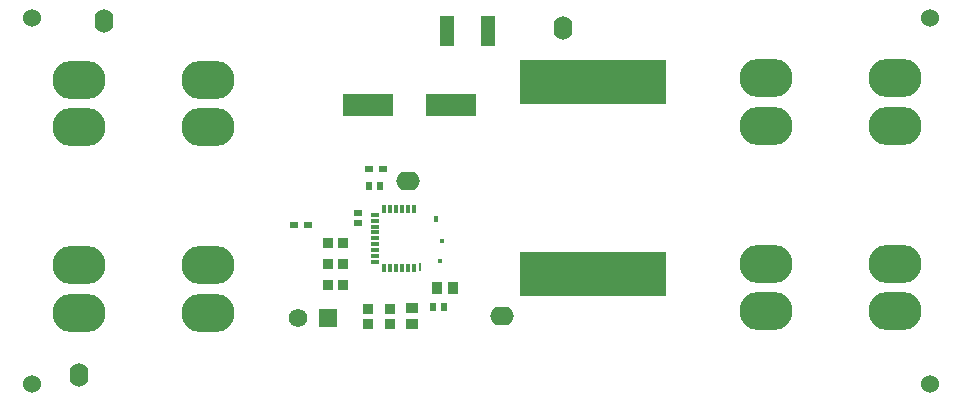
<source format=gbr>
G04*
G04 #@! TF.GenerationSoftware,Altium Limited,Altium Designer,23.0.1 (38)*
G04*
G04 Layer_Color=255*
%FSLAX25Y25*%
%MOIN*%
G70*
G04*
G04 #@! TF.SameCoordinates,AE5763C0-F2EE-4BCA-89C6-8F578BEF2D51*
G04*
G04*
G04 #@! TF.FilePolarity,Positive*
G04*
G01*
G75*
%ADD15R,0.01181X0.02559*%
%ADD16R,0.02559X0.01181*%
%ADD17R,0.16535X0.07480*%
%ADD18R,0.04921X0.09843*%
%ADD19R,0.03740X0.03347*%
%ADD20R,0.03937X0.03543*%
%ADD21R,0.48504X0.15059*%
%ADD22R,0.03543X0.03937*%
%ADD23R,0.02362X0.02520*%
%ADD24R,0.02953X0.02362*%
%ADD25R,0.02520X0.02362*%
%ADD26R,0.03347X0.03740*%
%ADD35C,0.06181*%
%ADD36R,0.06181X0.06181*%
%ADD42R,0.01181X0.01181*%
%ADD43R,0.00984X0.02559*%
%ADD44R,0.01181X0.02362*%
%ADD45O,0.17717X0.12795*%
%ADD46C,0.06000*%
%ADD47O,0.07874X0.06299*%
%ADD48O,0.06299X0.07874*%
D15*
X139114Y50756D02*
D03*
X137146D02*
D03*
X135177D02*
D03*
X133209D02*
D03*
X131240D02*
D03*
X129272D02*
D03*
Y70244D02*
D03*
X131240D02*
D03*
X133209D02*
D03*
X135177D02*
D03*
X137146D02*
D03*
X139114D02*
D03*
D16*
X126319Y52626D02*
D03*
Y54594D02*
D03*
Y56563D02*
D03*
Y58531D02*
D03*
Y60500D02*
D03*
Y62468D02*
D03*
Y64437D02*
D03*
Y66405D02*
D03*
Y68374D02*
D03*
D17*
X151500Y104914D02*
D03*
X123941D02*
D03*
D18*
X150307Y129500D02*
D03*
X163693D02*
D03*
D19*
X124000Y31941D02*
D03*
Y37059D02*
D03*
X131124Y37059D02*
D03*
Y31941D02*
D03*
D20*
X138500Y31842D02*
D03*
Y37157D02*
D03*
D21*
X199000Y112459D02*
D03*
Y48541D02*
D03*
D22*
X146843Y44076D02*
D03*
X152157D02*
D03*
D23*
X149142Y37760D02*
D03*
X145678D02*
D03*
X127732Y78000D02*
D03*
X124268D02*
D03*
D24*
X103764Y65000D02*
D03*
X99236D02*
D03*
X128764Y83560D02*
D03*
X124236D02*
D03*
D25*
X120500Y69000D02*
D03*
Y65535D02*
D03*
D26*
X115559Y45000D02*
D03*
X110441D02*
D03*
X115500Y59000D02*
D03*
X110382D02*
D03*
X115559Y52000D02*
D03*
X110441D02*
D03*
D35*
X100479Y34000D02*
D03*
D36*
X110479D02*
D03*
D42*
X148425Y59470D02*
D03*
X147972Y52925D02*
D03*
D43*
X141083Y50854D02*
D03*
D44*
X146496Y67104D02*
D03*
D45*
X70653Y97531D02*
D03*
Y113279D02*
D03*
X27347Y51468D02*
D03*
X70653Y35721D02*
D03*
X27347Y97531D02*
D03*
Y35721D02*
D03*
Y113279D02*
D03*
X70653Y51468D02*
D03*
X299654Y98032D02*
D03*
Y113779D02*
D03*
X256347Y51968D02*
D03*
X299654Y36220D02*
D03*
X256347Y98032D02*
D03*
Y36220D02*
D03*
Y113779D02*
D03*
X299654Y51968D02*
D03*
D46*
X11811Y11811D02*
D03*
Y133858D02*
D03*
X311024D02*
D03*
Y11811D02*
D03*
D47*
X137133Y79500D02*
D03*
X168500Y34500D02*
D03*
D48*
X27500Y15000D02*
D03*
X36000Y133000D02*
D03*
X189000Y130500D02*
D03*
M02*

</source>
